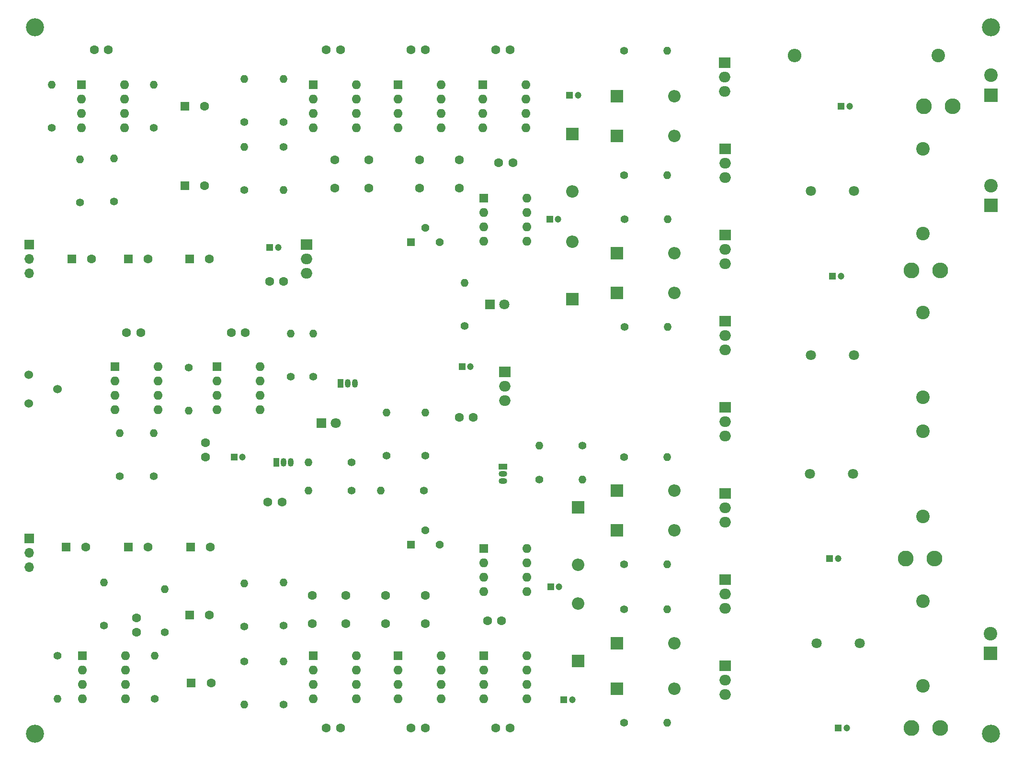
<source format=gbr>
%TF.GenerationSoftware,KiCad,Pcbnew,7.0.8*%
%TF.CreationDate,2024-01-24T17:07:03-05:00*%
%TF.ProjectId,classd-amp,636c6173-7364-42d6-916d-702e6b696361,rev?*%
%TF.SameCoordinates,Original*%
%TF.FileFunction,Soldermask,Top*%
%TF.FilePolarity,Negative*%
%FSLAX46Y46*%
G04 Gerber Fmt 4.6, Leading zero omitted, Abs format (unit mm)*
G04 Created by KiCad (PCBNEW 7.0.8) date 2024-01-24 17:07:03*
%MOMM*%
%LPD*%
G01*
G04 APERTURE LIST*
G04 Aperture macros list*
%AMRoundRect*
0 Rectangle with rounded corners*
0 $1 Rounding radius*
0 $2 $3 $4 $5 $6 $7 $8 $9 X,Y pos of 4 corners*
0 Add a 4 corners polygon primitive as box body*
4,1,4,$2,$3,$4,$5,$6,$7,$8,$9,$2,$3,0*
0 Add four circle primitives for the rounded corners*
1,1,$1+$1,$2,$3*
1,1,$1+$1,$4,$5*
1,1,$1+$1,$6,$7*
1,1,$1+$1,$8,$9*
0 Add four rect primitives between the rounded corners*
20,1,$1+$1,$2,$3,$4,$5,0*
20,1,$1+$1,$4,$5,$6,$7,0*
20,1,$1+$1,$6,$7,$8,$9,0*
20,1,$1+$1,$8,$9,$2,$3,0*%
G04 Aperture macros list end*
%ADD10C,1.524000*%
%ADD11C,3.200000*%
%ADD12C,2.800000*%
%ADD13O,2.800000X2.800000*%
%ADD14R,1.200000X1.200000*%
%ADD15C,1.200000*%
%ADD16C,2.400000*%
%ADD17R,2.400000X2.400000*%
%ADD18C,1.800000*%
%ADD19C,1.400000*%
%ADD20O,1.400000X1.400000*%
%ADD21R,1.600000X1.600000*%
%ADD22O,1.600000X1.600000*%
%ADD23O,2.000000X1.905000*%
%ADD24R,2.000000X1.905000*%
%ADD25C,1.600000*%
%ADD26O,2.400000X2.400000*%
%ADD27RoundRect,0.102000X-0.611000X-0.611000X0.611000X-0.611000X0.611000X0.611000X-0.611000X0.611000X0*%
%ADD28C,1.426000*%
%ADD29R,2.200000X2.200000*%
%ADD30O,2.200000X2.200000*%
%ADD31R,1.800000X1.800000*%
%ADD32R,1.700000X1.700000*%
%ADD33O,1.700000X1.700000*%
%ADD34R,1.050000X1.500000*%
%ADD35O,1.050000X1.500000*%
%ADD36R,1.500000X1.050000*%
%ADD37O,1.500000X1.050000*%
G04 APERTURE END LIST*
D10*
%TO.C,J2*%
X58000000Y-106000000D03*
X52920000Y-103460000D03*
X52920000Y-108540000D03*
%TD*%
D11*
%TO.C,REF\u002A\u002A*%
X54000000Y-42000000D03*
%TD*%
%TO.C,REF\u002A\u002A*%
X54000000Y-167000000D03*
%TD*%
%TO.C,REF\u002A\u002A*%
X223000000Y-167000000D03*
%TD*%
%TO.C,REF\u002A\u002A*%
X223000000Y-42000000D03*
%TD*%
D12*
%TO.C,R38*%
X208920000Y-166000000D03*
D13*
X214000000Y-166000000D03*
%TD*%
D12*
%TO.C,R39*%
X207920000Y-136000000D03*
D13*
X213000000Y-136000000D03*
%TD*%
D14*
%TO.C,C46*%
X196000000Y-166000000D03*
D15*
X197500000Y-166000000D03*
%TD*%
D16*
%TO.C,C44*%
X211000000Y-113500000D03*
X211000000Y-128500000D03*
%TD*%
%TO.C,C45*%
X211000000Y-158500000D03*
X211000000Y-143500000D03*
%TD*%
D14*
%TO.C,C47*%
X194500000Y-136000000D03*
D15*
X196000000Y-136000000D03*
%TD*%
D17*
%TO.C,J4*%
X222900000Y-152750000D03*
D16*
X222900000Y-149250000D03*
%TD*%
D18*
%TO.C,L4*%
X192190000Y-151000000D03*
X199810000Y-151000000D03*
%TD*%
%TO.C,L3*%
X191000000Y-121000000D03*
X198620000Y-121000000D03*
%TD*%
D19*
%TO.C,R36*%
X158190000Y-137000000D03*
D20*
X165810000Y-137000000D03*
%TD*%
D19*
%TO.C,R32*%
X98000000Y-147810000D03*
D20*
X98000000Y-140190000D03*
%TD*%
D19*
%TO.C,R21*%
X123000000Y-117810000D03*
D20*
X123000000Y-110190000D03*
%TD*%
D21*
%TO.C,U1*%
X62200000Y-52200000D03*
D22*
X62200000Y-54740000D03*
X62200000Y-57280000D03*
X62200000Y-59820000D03*
X69820000Y-59820000D03*
X69820000Y-57280000D03*
X69820000Y-54740000D03*
X69820000Y-52200000D03*
%TD*%
D23*
%TO.C,Q8*%
X176055000Y-160020000D03*
X176055000Y-157480000D03*
D24*
X176055000Y-154940000D03*
%TD*%
D21*
%TO.C,C2*%
X70500000Y-83000000D03*
D25*
X74000000Y-83000000D03*
%TD*%
D16*
%TO.C,R17*%
X213700000Y-47000000D03*
D26*
X188300000Y-47000000D03*
%TD*%
D27*
%TO.C,RV2*%
X120460000Y-80000000D03*
D28*
X123000000Y-77460000D03*
X125540000Y-80000000D03*
%TD*%
D19*
%TO.C,R21*%
X110010000Y-119000000D03*
D20*
X102390000Y-119000000D03*
%TD*%
D21*
%TO.C,C18*%
X59500000Y-134000000D03*
D25*
X63000000Y-134000000D03*
%TD*%
D21*
%TO.C,U5*%
X133200000Y-52200000D03*
D22*
X133200000Y-54740000D03*
X133200000Y-57280000D03*
X133200000Y-59820000D03*
X140820000Y-59820000D03*
X140820000Y-57280000D03*
X140820000Y-54740000D03*
X140820000Y-52200000D03*
%TD*%
D29*
%TO.C,D8*%
X150000000Y-154080000D03*
D30*
X150000000Y-143920000D03*
%TD*%
D19*
%TO.C,R27*%
X77000000Y-149000000D03*
D20*
X77000000Y-141380000D03*
%TD*%
D17*
%TO.C,J3*%
X223000000Y-73500000D03*
D16*
X223000000Y-70000000D03*
%TD*%
D23*
%TO.C,Q10*%
X176000000Y-129540000D03*
X176000000Y-127000000D03*
D24*
X176000000Y-124460000D03*
%TD*%
%TO.C,U7*%
X137055000Y-103000000D03*
D23*
X137055000Y-105540000D03*
X137055000Y-108080000D03*
%TD*%
D24*
%TO.C,Q2*%
X176055000Y-63500000D03*
D23*
X176055000Y-66040000D03*
X176055000Y-68580000D03*
%TD*%
D21*
%TO.C,C20*%
X81500000Y-134000000D03*
D25*
X85000000Y-134000000D03*
%TD*%
D19*
%TO.C,R1*%
X68000000Y-72810000D03*
D20*
X68000000Y-65190000D03*
%TD*%
D25*
%TO.C,C38*%
X123000000Y-147500000D03*
X123000000Y-142500000D03*
%TD*%
D19*
%TO.C,R18*%
X103200000Y-103810000D03*
D20*
X103200000Y-96190000D03*
%TD*%
D25*
%TO.C,C41*%
X134000000Y-147000000D03*
X136500000Y-147000000D03*
%TD*%
%TO.C,C17*%
X88700000Y-96000000D03*
X91200000Y-96000000D03*
%TD*%
D19*
%TO.C,R4*%
X75000000Y-59810000D03*
D20*
X75000000Y-52190000D03*
%TD*%
D21*
%TO.C,C19*%
X70500000Y-134000000D03*
D25*
X74000000Y-134000000D03*
%TD*%
%TO.C,C32*%
X70200000Y-96000000D03*
X72700000Y-96000000D03*
%TD*%
D14*
%TO.C,C31*%
X89200000Y-118000000D03*
D15*
X90700000Y-118000000D03*
%TD*%
D19*
%TO.C,R9*%
X158190000Y-46200000D03*
D20*
X165810000Y-46200000D03*
%TD*%
D19*
%TO.C,R33*%
X98000000Y-161810000D03*
D20*
X98000000Y-154190000D03*
%TD*%
D19*
%TO.C,R30*%
X91000000Y-148000000D03*
D20*
X91000000Y-140380000D03*
%TD*%
D19*
%TO.C,R37*%
X158190000Y-118000000D03*
D20*
X165810000Y-118000000D03*
%TD*%
D29*
%TO.C,D1*%
X149000000Y-60920000D03*
D30*
X149000000Y-71080000D03*
%TD*%
D14*
%TO.C,C23*%
X196500000Y-56000000D03*
D15*
X198000000Y-56000000D03*
%TD*%
D25*
%TO.C,C36*%
X103000000Y-147500000D03*
X103000000Y-142500000D03*
%TD*%
%TO.C,C25*%
X129000000Y-111000000D03*
X131500000Y-111000000D03*
%TD*%
%TO.C,C13*%
X135500000Y-46000000D03*
X138000000Y-46000000D03*
%TD*%
D14*
%TO.C,C16*%
X145000000Y-76000000D03*
D15*
X146500000Y-76000000D03*
%TD*%
D25*
%TO.C,C7*%
X105500000Y-46000000D03*
X108000000Y-46000000D03*
%TD*%
D29*
%TO.C,D6*%
X156920000Y-89000000D03*
D30*
X167080000Y-89000000D03*
%TD*%
D27*
%TO.C,RV4*%
X120460000Y-133540000D03*
D28*
X123000000Y-131000000D03*
X125540000Y-133540000D03*
%TD*%
D19*
%TO.C,R11*%
X158270000Y-76000000D03*
D20*
X165890000Y-76000000D03*
%TD*%
D21*
%TO.C,C6*%
X80500000Y-70000000D03*
D25*
X84000000Y-70000000D03*
%TD*%
D29*
%TO.C,D12*%
X156920000Y-131000000D03*
D30*
X167080000Y-131000000D03*
%TD*%
D24*
%TO.C,Q1*%
X175975000Y-48260000D03*
D23*
X175975000Y-50800000D03*
X175975000Y-53340000D03*
%TD*%
D19*
%TO.C,R20*%
X143190000Y-122000000D03*
D20*
X150810000Y-122000000D03*
%TD*%
D25*
%TO.C,C12*%
X120500000Y-46000000D03*
X123000000Y-46000000D03*
%TD*%
D29*
%TO.C,D5*%
X156920000Y-82000000D03*
D30*
X167080000Y-82000000D03*
%TD*%
D18*
%TO.C,L2*%
X191190000Y-71000000D03*
X198810000Y-71000000D03*
%TD*%
D14*
%TO.C,C28*%
X95500000Y-81000000D03*
D15*
X97000000Y-81000000D03*
%TD*%
D19*
%TO.C,R23*%
X122810000Y-124000000D03*
D20*
X115190000Y-124000000D03*
%TD*%
D21*
%TO.C,C5*%
X80500000Y-56000000D03*
D25*
X84000000Y-56000000D03*
%TD*%
D21*
%TO.C,U14*%
X133380000Y-134200000D03*
D22*
X133380000Y-136740000D03*
X133380000Y-139280000D03*
X133380000Y-141820000D03*
X141000000Y-141820000D03*
X141000000Y-139280000D03*
X141000000Y-136740000D03*
X141000000Y-134200000D03*
%TD*%
D25*
%TO.C,C10*%
X122000000Y-70500000D03*
X122000000Y-65500000D03*
%TD*%
D21*
%TO.C,U13*%
X133380000Y-153200000D03*
D22*
X133380000Y-155740000D03*
X133380000Y-158280000D03*
X133380000Y-160820000D03*
X141000000Y-160820000D03*
X141000000Y-158280000D03*
X141000000Y-155740000D03*
X141000000Y-153200000D03*
%TD*%
D25*
%TO.C,C37*%
X116000000Y-147500000D03*
X116000000Y-142500000D03*
%TD*%
%TO.C,C8*%
X113000000Y-70500000D03*
X113000000Y-65500000D03*
%TD*%
D14*
%TO.C,C15*%
X148500000Y-54000000D03*
D15*
X150000000Y-54000000D03*
%TD*%
D21*
%TO.C,U3*%
X86200000Y-102000000D03*
D22*
X86200000Y-104540000D03*
X86200000Y-107080000D03*
X86200000Y-109620000D03*
X93820000Y-109620000D03*
X93820000Y-107080000D03*
X93820000Y-104540000D03*
X93820000Y-102000000D03*
%TD*%
D23*
%TO.C,Q9*%
X176055000Y-144780000D03*
X176055000Y-142240000D03*
D24*
X176055000Y-139700000D03*
%TD*%
D25*
%TO.C,C39*%
X120500000Y-166000000D03*
X123000000Y-166000000D03*
%TD*%
D19*
%TO.C,R10*%
X158190000Y-68200000D03*
D20*
X165810000Y-68200000D03*
%TD*%
D19*
%TO.C,R15*%
X69000000Y-121420000D03*
D20*
X69000000Y-113800000D03*
%TD*%
D19*
%TO.C,R34*%
X158190000Y-165000000D03*
D20*
X165810000Y-165000000D03*
%TD*%
D14*
%TO.C,C43*%
X145180000Y-141000000D03*
D15*
X146680000Y-141000000D03*
%TD*%
D19*
%TO.C,R25*%
X99200000Y-103810000D03*
D20*
X99200000Y-96190000D03*
%TD*%
D21*
%TO.C,U12*%
X118200000Y-153200000D03*
D22*
X118200000Y-155740000D03*
X118200000Y-158280000D03*
X118200000Y-160820000D03*
X125820000Y-160820000D03*
X125820000Y-158280000D03*
X125820000Y-155740000D03*
X125820000Y-153200000D03*
%TD*%
D14*
%TO.C,C26*%
X129500000Y-102000000D03*
D15*
X131000000Y-102000000D03*
%TD*%
D21*
%TO.C,U4*%
X118200000Y-52200000D03*
D22*
X118200000Y-54740000D03*
X118200000Y-57280000D03*
X118200000Y-59820000D03*
X125820000Y-59820000D03*
X125820000Y-57280000D03*
X125820000Y-54740000D03*
X125820000Y-52200000D03*
%TD*%
D16*
%TO.C,C21*%
X211000000Y-92500000D03*
X211000000Y-107500000D03*
%TD*%
D29*
%TO.C,D2*%
X149000000Y-90080000D03*
D30*
X149000000Y-79920000D03*
%TD*%
D18*
%TO.C,L1*%
X191190000Y-100000000D03*
X198810000Y-100000000D03*
%TD*%
D25*
%TO.C,C30*%
X84200000Y-118000000D03*
X84200000Y-115500000D03*
%TD*%
D31*
%TO.C,D14*%
X134460000Y-91000000D03*
D18*
X137000000Y-91000000D03*
%TD*%
D23*
%TO.C,Q11*%
X176000000Y-114300000D03*
X176000000Y-111760000D03*
D24*
X176000000Y-109220000D03*
%TD*%
D25*
%TO.C,C14*%
X136000000Y-66000000D03*
X138500000Y-66000000D03*
%TD*%
%TO.C,C27*%
X95500000Y-87000000D03*
X98000000Y-87000000D03*
%TD*%
D21*
%TO.C,C33*%
X81347349Y-146000000D03*
D25*
X84847349Y-146000000D03*
%TD*%
D19*
%TO.C,R2*%
X62000000Y-73000000D03*
D20*
X62000000Y-65380000D03*
%TD*%
D19*
%TO.C,R5*%
X91000000Y-58810000D03*
D20*
X91000000Y-51190000D03*
%TD*%
D19*
%TO.C,R22*%
X116200000Y-117810000D03*
D20*
X116200000Y-110190000D03*
%TD*%
D14*
%TO.C,C42*%
X147500000Y-161000000D03*
D15*
X149000000Y-161000000D03*
%TD*%
D21*
%TO.C,C4*%
X81347349Y-83000000D03*
D25*
X84847349Y-83000000D03*
%TD*%
D29*
%TO.C,D10*%
X156920000Y-159000000D03*
D30*
X167080000Y-159000000D03*
%TD*%
D25*
%TO.C,C35*%
X109000000Y-147500000D03*
X109000000Y-142500000D03*
%TD*%
D32*
%TO.C,RV3*%
X53000000Y-132475000D03*
D33*
X53000000Y-135015000D03*
X53000000Y-137555000D03*
%TD*%
D17*
%TO.C,J1*%
X223000000Y-54000000D03*
D16*
X223000000Y-50500000D03*
%TD*%
D29*
%TO.C,D11*%
X156920000Y-151000000D03*
D30*
X167080000Y-151000000D03*
%TD*%
D29*
%TO.C,D9*%
X150000000Y-126920000D03*
D30*
X150000000Y-137080000D03*
%TD*%
D19*
%TO.C,R24*%
X81200000Y-102190000D03*
D20*
X81200000Y-109810000D03*
%TD*%
D19*
%TO.C,R3*%
X57000000Y-59810000D03*
D20*
X57000000Y-52190000D03*
%TD*%
D14*
%TO.C,C24*%
X195000000Y-86000000D03*
D15*
X196500000Y-86000000D03*
%TD*%
D21*
%TO.C,C1*%
X60500000Y-83000000D03*
D25*
X64000000Y-83000000D03*
%TD*%
%TO.C,C29*%
X95200000Y-126000000D03*
X97700000Y-126000000D03*
%TD*%
D23*
%TO.C,Q4*%
X176055000Y-99060000D03*
X176055000Y-96520000D03*
D24*
X176055000Y-93980000D03*
%TD*%
D34*
%TO.C,Q6*%
X96660000Y-119000000D03*
D35*
X97930000Y-119000000D03*
X99200000Y-119000000D03*
%TD*%
D36*
%TO.C,Q5*%
X136730000Y-119730000D03*
D37*
X136730000Y-121000000D03*
X136730000Y-122270000D03*
%TD*%
D21*
%TO.C,U6*%
X133380000Y-72200000D03*
D22*
X133380000Y-74740000D03*
X133380000Y-77280000D03*
X133380000Y-79820000D03*
X141000000Y-79820000D03*
X141000000Y-77280000D03*
X141000000Y-74740000D03*
X141000000Y-72200000D03*
%TD*%
D19*
%TO.C,R16*%
X75000000Y-121420000D03*
D20*
X75000000Y-113800000D03*
%TD*%
D13*
%TO.C,R14*%
X214080000Y-85000000D03*
D12*
X209000000Y-85000000D03*
%TD*%
D19*
%TO.C,R40*%
X130000000Y-94810000D03*
D20*
X130000000Y-87190000D03*
%TD*%
D32*
%TO.C,RV1*%
X53000000Y-80475000D03*
D33*
X53000000Y-83015000D03*
X53000000Y-85555000D03*
%TD*%
D19*
%TO.C,R31*%
X91000000Y-154190000D03*
D20*
X91000000Y-161810000D03*
%TD*%
D21*
%TO.C,U2*%
X103200000Y-52200000D03*
D22*
X103200000Y-54740000D03*
X103200000Y-57280000D03*
X103200000Y-59820000D03*
X110820000Y-59820000D03*
X110820000Y-57280000D03*
X110820000Y-54740000D03*
X110820000Y-52200000D03*
%TD*%
D29*
%TO.C,D3*%
X156920000Y-54200000D03*
D30*
X167080000Y-54200000D03*
%TD*%
D19*
%TO.C,R22*%
X110010000Y-124000000D03*
D20*
X102390000Y-124000000D03*
%TD*%
D24*
%TO.C,Q3*%
X176055000Y-78740000D03*
D23*
X176055000Y-81280000D03*
X176055000Y-83820000D03*
%TD*%
D31*
%TO.C,D7*%
X104660000Y-112000000D03*
D18*
X107200000Y-112000000D03*
%TD*%
D19*
%TO.C,R19*%
X150810000Y-116000000D03*
D20*
X143190000Y-116000000D03*
%TD*%
D25*
%TO.C,C9*%
X107000000Y-70500000D03*
X107000000Y-65500000D03*
%TD*%
%TO.C,C48*%
X72000000Y-149000000D03*
X72000000Y-146500000D03*
%TD*%
%TO.C,C40*%
X135500000Y-166000000D03*
X138000000Y-166000000D03*
%TD*%
%TO.C,C11*%
X129000000Y-70500000D03*
X129000000Y-65500000D03*
%TD*%
D19*
%TO.C,R12*%
X158270000Y-95000000D03*
D20*
X165890000Y-95000000D03*
%TD*%
D34*
%TO.C,Q7*%
X108000000Y-105000000D03*
D35*
X109270000Y-105000000D03*
X110540000Y-105000000D03*
%TD*%
D19*
%TO.C,R26*%
X66180000Y-147810000D03*
D20*
X66180000Y-140190000D03*
%TD*%
D19*
%TO.C,R28*%
X58000000Y-153190000D03*
D20*
X58000000Y-160810000D03*
%TD*%
D19*
%TO.C,R8*%
X98000000Y-63190000D03*
D20*
X98000000Y-70810000D03*
%TD*%
D25*
%TO.C,C3*%
X64500000Y-46000000D03*
X67000000Y-46000000D03*
%TD*%
D12*
%TO.C,R13*%
X211185000Y-56000000D03*
D13*
X216265000Y-56000000D03*
%TD*%
D19*
%TO.C,R29*%
X75180000Y-160810000D03*
D20*
X75180000Y-153190000D03*
%TD*%
D19*
%TO.C,R6*%
X91000000Y-70810000D03*
D20*
X91000000Y-63190000D03*
%TD*%
D16*
%TO.C,C22*%
X211000000Y-78500000D03*
X211000000Y-63500000D03*
%TD*%
D29*
%TO.C,D13*%
X156920000Y-124000000D03*
D30*
X167080000Y-124000000D03*
%TD*%
D21*
%TO.C,U10*%
X62380000Y-153200000D03*
D22*
X62380000Y-155740000D03*
X62380000Y-158280000D03*
X62380000Y-160820000D03*
X70000000Y-160820000D03*
X70000000Y-158280000D03*
X70000000Y-155740000D03*
X70000000Y-153200000D03*
%TD*%
D21*
%TO.C,C34*%
X81652651Y-158000000D03*
D25*
X85152651Y-158000000D03*
%TD*%
D19*
%TO.C,R7*%
X98000000Y-58810000D03*
D20*
X98000000Y-51190000D03*
%TD*%
D19*
%TO.C,R35*%
X158190000Y-145000000D03*
D20*
X165810000Y-145000000D03*
%TD*%
D25*
%TO.C,C49*%
X105500000Y-166000000D03*
X108000000Y-166000000D03*
%TD*%
D21*
%TO.C,U9*%
X68200000Y-102000000D03*
D22*
X68200000Y-104540000D03*
X68200000Y-107080000D03*
X68200000Y-109620000D03*
X75820000Y-109620000D03*
X75820000Y-107080000D03*
X75820000Y-104540000D03*
X75820000Y-102000000D03*
%TD*%
D24*
%TO.C,U8*%
X102055000Y-80460000D03*
D23*
X102055000Y-83000000D03*
X102055000Y-85540000D03*
%TD*%
D21*
%TO.C,U11*%
X103200000Y-153200000D03*
D22*
X103200000Y-155740000D03*
X103200000Y-158280000D03*
X103200000Y-160820000D03*
X110820000Y-160820000D03*
X110820000Y-158280000D03*
X110820000Y-155740000D03*
X110820000Y-153200000D03*
%TD*%
D29*
%TO.C,D4*%
X156920000Y-61200000D03*
D30*
X167080000Y-61200000D03*
%TD*%
M02*

</source>
